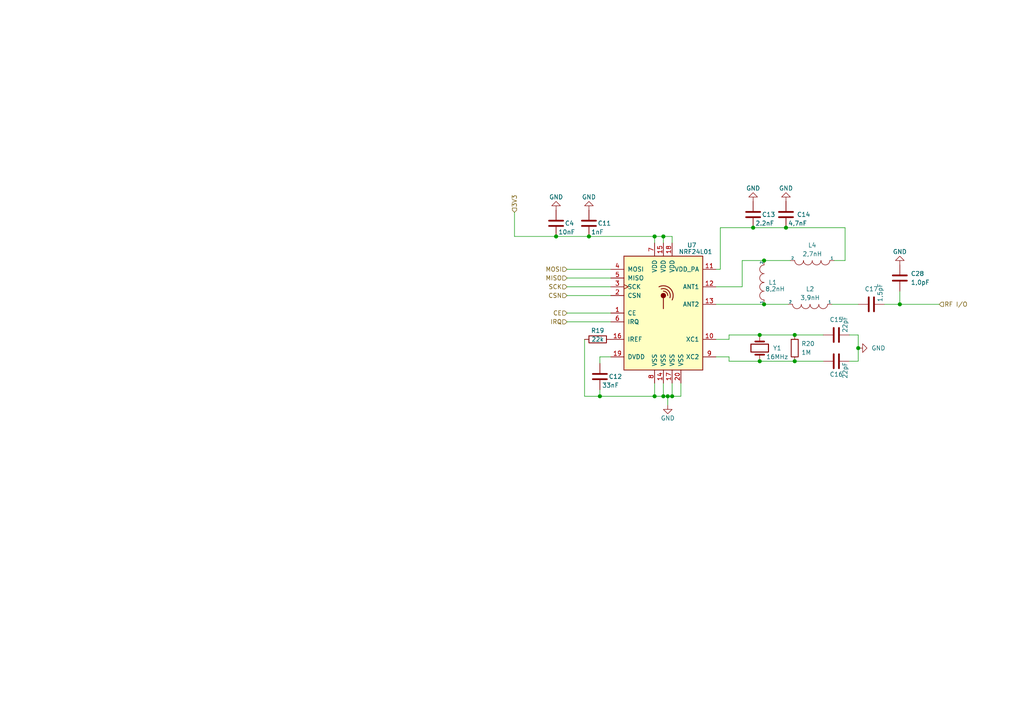
<source format=kicad_sch>
(kicad_sch (version 20210621) (generator eeschema)
  (paper "A4")
  (lib_symbols
    (symbol "Device:C" (pin_numbers hide) (pin_names (offset 0.254))
      (property "Reference" "C" (at 0.635 2.54 0))
      (property "Value" "C" (at 0.635 -2.54 0))
      (symbol "C_0_1"
        (polyline (pts (xy -2.032 -0.762) (xy 2.032 -0.762)) (stroke (width 0.508)))
        (polyline (pts (xy -2.032 0.762) (xy 2.032 0.762)) (stroke (width 0.508)))
      )
      (symbol "C_1_1"
        (pin passive line (at 0 3.81 270) (length 2.794) (name "~") (number "1"))
        (pin passive line (at 0 -3.81 90) (length 2.794) (name "~") (number "2"))
      )
    )
    (symbol "Device:Crystal" (pin_numbers hide) (pin_names (offset 1.016) hide)
      (property "Reference" "Y" (at 0 3.81 0))
      (property "Value" "Crystal" (at 0 -3.81 0))
      (symbol "Crystal_0_1"
        (rectangle (start -1.143 2.54) (end 1.143 -2.54) (stroke (width 0.3048)))
        (polyline (pts (xy -2.54 0) (xy -1.905 0)))
        (polyline (pts (xy -1.905 -1.27) (xy -1.905 1.27)) (stroke (width 0.508)))
        (polyline (pts (xy 1.905 -1.27) (xy 1.905 1.27)) (stroke (width 0.508)))
        (polyline (pts (xy 2.54 0) (xy 1.905 0)))
      )
      (symbol "Crystal_1_1"
        (pin passive line (at -3.81 0 0) (length 1.27) (name "1") (number "1"))
        (pin passive line (at 3.81 0 180) (length 1.27) (name "2") (number "2"))
      )
    )
    (symbol "Device:R" (pin_numbers hide) (pin_names (offset 0))
      (property "Reference" "R" (at 2.032 0 90))
      (property "Value" "R" (at 0 0 90))
      (symbol "R_0_1"
        (rectangle (start -1.016 -2.54) (end 1.016 2.54) (stroke (width 0.254)))
      )
      (symbol "R_1_1"
        (pin passive line (at 0 3.81 270) (length 1.27) (name "~") (number "1"))
        (pin passive line (at 0 -3.81 90) (length 1.27) (name "~") (number "2"))
      )
    )
    (symbol "RF:NRF24L01" (pin_names (offset 1.016))
      (property "Reference" "U" (at -11.43 17.78 0))
      (property "Value" "NRF24L01" (at 5.08 17.78 0))
      (symbol "NRF24L01_0_1"
        (arc (start -1.27 7.62) (end 2.54 3.81) (radius (at 0 5.08) (length 2.8448) (angles 116.6 -26.6)) (stroke (width 0.254)))
        (arc (start 0 6.35) (end 1.27 5.08) (radius (at 0 5.1054) (length 1.2446) (angles 90 -1.1)) (stroke (width 0.254)))
        (arc (start -0.635 6.985) (end 1.905 4.445) (radius (at 0 5.1054) (length 1.9812) (angles 108.7 -19.1)) (stroke (width 0.254)))
        (circle (center 0 5.08) (radius 0.635) (stroke (width 0.254)) (fill (type outline)))
        (rectangle (start 11.43 -13.97) (end 11.43 -13.97))
        (rectangle (start -11.43 16.51) (end 11.43 -16.51) (stroke (width 0.254)) (fill (type background)))
        (polyline (pts (xy 0 4.445) (xy 0 1.27)) (stroke (width 0.254)))
      )
      (symbol "NRF24L01_1_1"
        (pin input line (at -15.24 0 0) (length 3.81) (name "CE") (number "1"))
        (pin passive line (at 15.24 -7.62 180) (length 3.81) (name "XC1") (number "10"))
        (pin power_out line (at 15.24 12.7 180) (length 3.81) (name "VDD_PA") (number "11"))
        (pin passive line (at 15.24 7.62 180) (length 3.81) (name "ANT1") (number "12"))
        (pin passive line (at 15.24 2.54 180) (length 3.81) (name "ANT2") (number "13"))
        (pin power_in line (at 0 -20.32 90) (length 3.81) (name "VSS") (number "14"))
        (pin power_in line (at 0 20.32 270) (length 3.81) (name "VDD") (number "15"))
        (pin passive line (at -15.24 -7.62 0) (length 3.81) (name "IREF") (number "16"))
        (pin power_in line (at 2.54 -20.32 90) (length 3.81) (name "VSS") (number "17"))
        (pin power_in line (at 2.54 20.32 270) (length 3.81) (name "VDD") (number "18"))
        (pin power_out line (at -15.24 -12.7 0) (length 3.81) (name "DVDD") (number "19"))
        (pin input line (at -15.24 5.08 0) (length 3.81) (name "CSN") (number "2"))
        (pin power_in line (at 5.08 -20.32 90) (length 3.81) (name "VSS") (number "20"))
        (pin input clock (at -15.24 7.62 0) (length 3.81) (name "SCK") (number "3"))
        (pin input line (at -15.24 12.7 0) (length 3.81) (name "MOSI") (number "4"))
        (pin output line (at -15.24 10.16 0) (length 3.81) (name "MISO") (number "5"))
        (pin output line (at -15.24 -2.54 0) (length 3.81) (name "IRQ") (number "6"))
        (pin power_in line (at -2.54 20.32 270) (length 3.81) (name "VDD") (number "7"))
        (pin power_in line (at -2.54 -20.32 90) (length 3.81) (name "VSS") (number "8"))
        (pin passive line (at 15.24 -12.7 180) (length 3.81) (name "XC2") (number "9"))
      )
    )
    (symbol "power:GND" (power) (pin_names (offset 0))
      (property "Value" "GND" (at 0 -3.81 0))
      (symbol "GND_0_1"
        (polyline (pts (xy 0 0) (xy 0 -1.27) (xy 1.27 -1.27) (xy 0 -2.54) (xy -1.27 -1.27) (xy 0 -1.27)))
      )
      (symbol "GND_1_1"
        (pin power_in line (at 0 0 270) (length 0) hide (name "GND") (number "1"))
      )
    )
    (symbol "pspice:INDUCTOR" (pin_numbers hide) (pin_names (offset 0))
      (property "Reference" "L" (at 0 2.54 0))
      (property "Value" "INDUCTOR" (at 0 -1.27 0))
      (symbol "INDUCTOR_0_1"
        (arc (start -2.54 0) (end -5.08 0) (radius (at -3.81 0) (length 1.27) (angles 0.1 179.9)))
        (arc (start 0 0) (end -2.54 0) (radius (at -1.27 0) (length 1.27) (angles 0.1 179.9)))
        (arc (start 2.54 0) (end 0 0) (radius (at 1.27 0) (length 1.27) (angles 0.1 179.9)))
        (arc (start 5.08 0) (end 2.54 0) (radius (at 3.81 0) (length 1.27) (angles 0.1 179.9)))
      )
      (symbol "INDUCTOR_1_1"
        (pin input line (at -6.35 0 0) (length 1.27) (name "1") (number "1"))
        (pin input line (at 6.35 0 180) (length 1.27) (name "2") (number "2"))
      )
    )
  )
  (junction (at 161.29 68.58) (diameter 1.016))
  (junction (at 170.815 68.58) (diameter 1.016))
  (junction (at 173.99 114.935) (diameter 1.016))
  (junction (at 189.865 68.58) (diameter 1.016))
  (junction (at 189.865 114.935) (diameter 1.016))
  (junction (at 192.405 68.58) (diameter 1.016))
  (junction (at 192.405 114.935) (diameter 1.016))
  (junction (at 193.675 114.935) (diameter 1.016))
  (junction (at 194.945 114.935) (diameter 1.016))
  (junction (at 218.44 66.04) (diameter 1.016))
  (junction (at 220.345 97.155) (diameter 1.016))
  (junction (at 220.345 104.775) (diameter 1.016))
  (junction (at 221.615 75.565) (diameter 1.016))
  (junction (at 221.615 88.265) (diameter 1.016))
  (junction (at 227.965 66.04) (diameter 1.016))
  (junction (at 230.505 97.155) (diameter 1.016))
  (junction (at 230.505 104.775) (diameter 1.016))
  (junction (at 248.92 100.965) (diameter 1.016))
  (junction (at 260.985 88.265) (diameter 1.016))
  (wire (pts (xy 149.225 61.595) (xy 149.225 68.58)))
  (wire (pts (xy 149.225 68.58) (xy 161.29 68.58)))
  (wire (pts (xy 161.29 68.58) (xy 170.815 68.58)))
  (wire (pts (xy 164.465 78.105) (xy 177.165 78.105)))
  (wire (pts (xy 164.465 80.645) (xy 177.165 80.645)))
  (wire (pts (xy 164.465 83.185) (xy 177.165 83.185)))
  (wire (pts (xy 164.465 85.725) (xy 177.165 85.725)))
  (wire (pts (xy 164.465 90.805) (xy 177.165 90.805)))
  (wire (pts (xy 164.465 93.345) (xy 177.165 93.345)))
  (wire (pts (xy 169.545 114.935) (xy 169.545 98.425)))
  (wire (pts (xy 170.815 68.58) (xy 189.865 68.58)))
  (wire (pts (xy 173.99 103.505) (xy 177.165 103.505)))
  (wire (pts (xy 173.99 105.41) (xy 173.99 103.505)))
  (wire (pts (xy 173.99 113.03) (xy 173.99 114.935)))
  (wire (pts (xy 173.99 114.935) (xy 169.545 114.935)))
  (wire (pts (xy 173.99 114.935) (xy 189.865 114.935)))
  (wire (pts (xy 189.865 68.58) (xy 189.865 70.485)))
  (wire (pts (xy 189.865 68.58) (xy 192.405 68.58)))
  (wire (pts (xy 189.865 111.125) (xy 189.865 114.935)))
  (wire (pts (xy 189.865 114.935) (xy 192.405 114.935)))
  (wire (pts (xy 192.405 68.58) (xy 192.405 70.485)))
  (wire (pts (xy 192.405 68.58) (xy 194.945 68.58)))
  (wire (pts (xy 192.405 111.125) (xy 192.405 114.935)))
  (wire (pts (xy 192.405 114.935) (xy 193.675 114.935)))
  (wire (pts (xy 193.675 114.935) (xy 194.945 114.935)))
  (wire (pts (xy 193.675 117.475) (xy 193.675 114.935)))
  (wire (pts (xy 194.945 70.485) (xy 194.945 68.58)))
  (wire (pts (xy 194.945 111.125) (xy 194.945 114.935)))
  (wire (pts (xy 194.945 114.935) (xy 197.485 114.935)))
  (wire (pts (xy 197.485 114.935) (xy 197.485 111.125)))
  (wire (pts (xy 207.645 78.105) (xy 208.915 78.105)))
  (wire (pts (xy 207.645 83.185) (xy 215.265 83.185)))
  (wire (pts (xy 207.645 88.265) (xy 221.615 88.265)))
  (wire (pts (xy 208.915 66.04) (xy 208.915 78.105)))
  (wire (pts (xy 211.455 97.155) (xy 211.455 98.425)))
  (wire (pts (xy 211.455 97.155) (xy 220.345 97.155)))
  (wire (pts (xy 211.455 98.425) (xy 207.645 98.425)))
  (wire (pts (xy 211.455 103.505) (xy 207.645 103.505)))
  (wire (pts (xy 211.455 104.775) (xy 211.455 103.505)))
  (wire (pts (xy 211.455 104.775) (xy 220.345 104.775)))
  (wire (pts (xy 215.265 75.565) (xy 221.615 75.565)))
  (wire (pts (xy 215.265 83.185) (xy 215.265 75.565)))
  (wire (pts (xy 218.44 66.04) (xy 208.915 66.04)))
  (wire (pts (xy 221.615 75.565) (xy 229.235 75.565)))
  (wire (pts (xy 221.615 88.265) (xy 228.6 88.265)))
  (wire (pts (xy 227.965 66.04) (xy 218.44 66.04)))
  (wire (pts (xy 230.505 97.155) (xy 220.345 97.155)))
  (wire (pts (xy 230.505 97.155) (xy 238.76 97.155)))
  (wire (pts (xy 230.505 104.775) (xy 220.345 104.775)))
  (wire (pts (xy 230.505 104.775) (xy 238.76 104.775)))
  (wire (pts (xy 241.3 88.265) (xy 248.92 88.265)))
  (wire (pts (xy 241.935 75.565) (xy 245.11 75.565)))
  (wire (pts (xy 245.11 66.04) (xy 227.965 66.04)))
  (wire (pts (xy 245.11 75.565) (xy 245.11 66.04)))
  (wire (pts (xy 246.38 97.155) (xy 248.92 97.155)))
  (wire (pts (xy 248.92 97.155) (xy 248.92 100.965)))
  (wire (pts (xy 248.92 100.965) (xy 248.92 104.775)))
  (wire (pts (xy 248.92 104.775) (xy 246.38 104.775)))
  (wire (pts (xy 256.54 88.265) (xy 260.985 88.265)))
  (wire (pts (xy 260.985 88.265) (xy 260.985 84.455)))
  (wire (pts (xy 260.985 88.265) (xy 272.415 88.265)))
  (hierarchical_label "3V3" (shape input) (at 149.225 61.595 90))
  (hierarchical_label "MOSI" (shape input) (at 164.465 78.105 180))
  (hierarchical_label "MISO" (shape input) (at 164.465 80.645 180))
  (hierarchical_label "SCK" (shape input) (at 164.465 83.185 180))
  (hierarchical_label "CSN" (shape input) (at 164.465 85.725 180))
  (hierarchical_label "CE" (shape input) (at 164.465 90.805 180))
  (hierarchical_label "IRQ" (shape input) (at 164.465 93.345 180))
  (hierarchical_label "RF I{slash}O" (shape input) (at 272.415 88.265 0))
  (symbol (lib_id "power:GND") (at 161.29 60.96 180) (unit 1)
    (property "Reference" "#PWR0110" (effects hide))
    (property "Value" "GND" (at 161.29 57.15 0))
  )
  (symbol (lib_id "power:GND") (at 170.815 60.96 180) (unit 1)
    (property "Reference" "#PWR0111" (effects hide))
    (property "Value" "~" (at 170.815 57.15 0))
  )
  (symbol (lib_id "power:GND") (at 193.675 117.475 0) (unit 1)
    (property "Reference" "#PWR0109" (effects hide))
    (property "Value" "GND" (at 193.675 121.285 0))
  )
  (symbol (lib_id "power:GND") (at 218.44 58.42 180) (unit 1)
    (property "Reference" "#PWR0115" (effects hide))
    (property "Value" "GND" (at 218.44 54.61 0))
  )
  (symbol (lib_id "power:GND") (at 227.965 58.42 180) (unit 1)
    (property "Reference" "#PWR0114" (effects hide))
    (property "Value" "~" (at 227.965 54.61 0))
  )
  (symbol (lib_id "power:GND") (at 248.92 100.965 90) (unit 1)
    (property "Reference" "#PWR0113" (effects hide))
    (property "Value" "GND" (at 252.73 100.9649 90) (effects (justify right)))
  )
  (symbol (lib_id "power:GND") (at 260.985 76.835 180) (unit 1)
    (property "Reference" "#PWR0112" (effects hide))
    (property "Value" "~" (at 260.985 73.025 0))
  )
  (symbol (lib_id "Device:R") (at 173.355 98.425 90) (unit 1)
    (property "Reference" "R19" (at 173.355 95.885 90))
    (property "Value" "22k" (at 173.355 98.425 90))
  )
  (symbol (lib_id "Device:R") (at 230.505 100.965 0) (unit 1)
    (property "Reference" "R20" (at 232.41 99.6949 0) (effects (justify left)))
    (property "Value" "1M" (at 232.41 102.2349 0) (effects (justify left)))
  )
  (symbol (lib_id "pspice:INDUCTOR") (at 221.615 81.915 90) (unit 1)
    (property "Reference" "L1" (at 222.885 81.9149 90) (effects (justify right)))
    (property "Value" "8,2nH" (at 224.79 83.82 90))
  )
  (symbol (lib_id "pspice:INDUCTOR") (at 234.95 88.265 180) (unit 1)
    (property "Reference" "L2" (at 234.95 83.82 0))
    (property "Value" "3,9nH" (at 234.95 86.36 0))
  )
  (symbol (lib_id "pspice:INDUCTOR") (at 235.585 75.565 180) (unit 1)
    (property "Reference" "L4" (at 235.585 71.12 0))
    (property "Value" "2,7nH" (at 235.585 73.66 0))
  )
  (symbol (lib_id "Device:C") (at 161.29 64.77 0) (unit 1)
    (property "Reference" "C4" (at 163.83 64.7699 0) (effects (justify left)))
    (property "Value" "10nF" (at 161.925 67.31 0) (effects (justify left)))
  )
  (symbol (lib_id "Device:C") (at 170.815 64.77 0) (unit 1)
    (property "Reference" "C11" (at 173.355 64.7699 0) (effects (justify left)))
    (property "Value" "1nF" (at 171.45 67.31 0) (effects (justify left)))
  )
  (symbol (lib_id "Device:C") (at 173.99 109.22 0) (unit 1)
    (property "Reference" "C12" (at 176.53 109.2199 0) (effects (justify left)))
    (property "Value" "33nF" (at 174.625 111.76 0) (effects (justify left)))
  )
  (symbol (lib_id "Device:C") (at 218.44 62.23 0) (unit 1)
    (property "Reference" "C13" (at 220.98 62.2299 0) (effects (justify left)))
    (property "Value" "2.2nF" (at 219.075 64.77 0) (effects (justify left)))
  )
  (symbol (lib_id "Device:C") (at 227.965 62.23 0) (unit 1)
    (property "Reference" "C14" (at 231.14 62.2299 0) (effects (justify left)))
    (property "Value" "4,7nF" (at 228.6 64.77 0) (effects (justify left)))
  )
  (symbol (lib_id "Device:C") (at 242.57 97.155 90) (unit 1)
    (property "Reference" "C15" (at 242.57 92.71 90))
    (property "Value" "22pF" (at 245.11 96.52 0) (effects (justify left)))
  )
  (symbol (lib_id "Device:C") (at 242.57 104.775 90) (unit 1)
    (property "Reference" "C16" (at 242.57 108.585 90))
    (property "Value" "22pF" (at 245.11 109.855 0) (effects (justify left)))
  )
  (symbol (lib_id "Device:C") (at 252.73 88.265 90) (unit 1)
    (property "Reference" "C17" (at 252.73 83.82 90))
    (property "Value" "1,5pF" (at 255.27 87.63 0) (effects (justify left)))
  )
  (symbol (lib_id "Device:C") (at 260.985 80.645 180) (unit 1)
    (property "Reference" "C28" (at 264.16 79.3749 0) (effects (justify right)))
    (property "Value" "1,0pF" (at 264.16 81.9149 0) (effects (justify right)))
  )
  (symbol (lib_id "Device:Crystal") (at 220.345 100.965 90) (unit 1)
    (property "Reference" "Y1" (at 224.155 100.9649 90) (effects (justify right)))
    (property "Value" "16MHz" (at 225.425 103.505 90))
  )
  (symbol (lib_id "RF:NRF24L01") (at 192.405 90.805 0) (unit 1)
    (property "Reference" "U7" (at 200.66 71.12 0))
    (property "Value" "NRF24L01" (at 196.85 73.025 0) (effects (justify left)))
    (property "Footprint" "Package_DFN_QFN:QFN-20-1EP_4x4mm_P0.5mm_EP2.5x2.5mm" (effects hide))
    (property "Datasheet" "http://www.nordicsemi.com/eng/content/download/2730/34105/file/nRF24L01_Product_Specification_v2_0.pdf" (effects hide))
  )
)
</source>
